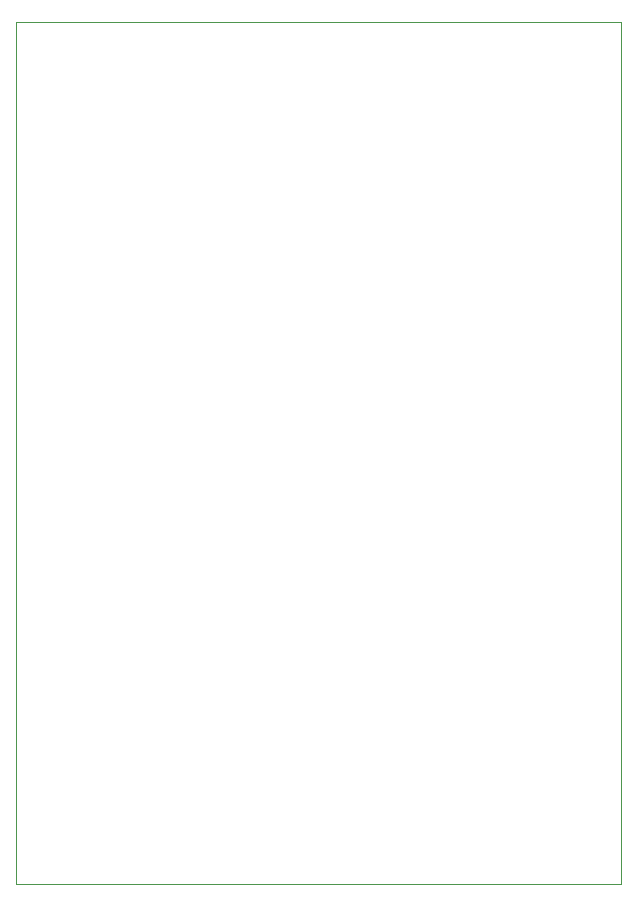
<source format=gbr>
%TF.GenerationSoftware,KiCad,Pcbnew,7.0.6*%
%TF.CreationDate,2023-07-17T14:52:58-07:00*%
%TF.ProjectId,pcb,7063622e-6b69-4636-9164-5f7063625858,rev?*%
%TF.SameCoordinates,Original*%
%TF.FileFunction,Profile,NP*%
%FSLAX46Y46*%
G04 Gerber Fmt 4.6, Leading zero omitted, Abs format (unit mm)*
G04 Created by KiCad (PCBNEW 7.0.6) date 2023-07-17 14:52:58*
%MOMM*%
%LPD*%
G01*
G04 APERTURE LIST*
%TA.AperFunction,Profile*%
%ADD10C,0.100000*%
%TD*%
G04 APERTURE END LIST*
D10*
X60750000Y-45000000D02*
X112000000Y-45000000D01*
X112000000Y-118000000D01*
X60750000Y-118000000D01*
X60750000Y-45000000D01*
M02*

</source>
